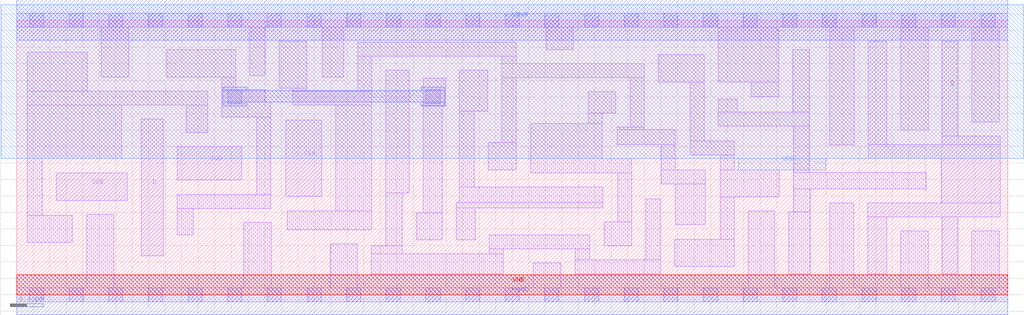
<source format=lef>
# Copyright 2020 The SkyWater PDK Authors
#
# Licensed under the Apache License, Version 2.0 (the "License");
# you may not use this file except in compliance with the License.
# You may obtain a copy of the License at
#
#     https://www.apache.org/licenses/LICENSE-2.0
#
# Unless required by applicable law or agreed to in writing, software
# distributed under the License is distributed on an "AS IS" BASIS,
# WITHOUT WARRANTIES OR CONDITIONS OF ANY KIND, either express or implied.
# See the License for the specific language governing permissions and
# limitations under the License.
#
# SPDX-License-Identifier: Apache-2.0

VERSION 5.7 ;
  NOWIREEXTENSIONATPIN ON ;
  DIVIDERCHAR "/" ;
  BUSBITCHARS "[]" ;
MACRO sky130_fd_sc_lp__sdfxtp_4
  CLASS CORE ;
  FOREIGN sky130_fd_sc_lp__sdfxtp_4 ;
  ORIGIN  0.000000  0.000000 ;
  SIZE  12.00000 BY  3.330000 ;
  SYMMETRY X Y R90 ;
  SITE unit ;
  PIN D
    ANTENNAGATEAREA  0.159000 ;
    DIRECTION INPUT ;
    USE SIGNAL ;
    PORT
      LAYER li1 ;
        RECT 1.510000 0.470000 1.775000 2.130000 ;
    END
  END D
  PIN Q
    ANTENNADIFFAREA  1.176000 ;
    DIRECTION OUTPUT ;
    USE SIGNAL ;
    PORT
      LAYER li1 ;
        RECT 10.305000 0.255000 10.535000 0.945000 ;
        RECT 10.305000 0.945000 11.910000 1.115000 ;
        RECT 10.310000 1.655000 11.910000 1.825000 ;
        RECT 10.310000 1.825000 10.535000 3.075000 ;
        RECT 11.195000 1.115000 11.910000 1.655000 ;
        RECT 11.205000 0.255000 11.395000 0.945000 ;
        RECT 11.205000 1.825000 11.910000 1.925000 ;
        RECT 11.205000 1.925000 11.395000 3.075000 ;
    END
  END Q
  PIN SCD
    ANTENNAGATEAREA  0.159000 ;
    DIRECTION INPUT ;
    USE SIGNAL ;
    PORT
      LAYER li1 ;
        RECT 1.945000 1.395000 2.725000 1.795000 ;
    END
  END SCD
  PIN SCE
    ANTENNAGATEAREA  0.318000 ;
    DIRECTION INPUT ;
    USE SIGNAL ;
    PORT
      LAYER li1 ;
        RECT 0.480000 1.145000 1.340000 1.475000 ;
    END
  END SCE
  PIN CLK
    ANTENNAGATEAREA  0.159000 ;
    DIRECTION INPUT ;
    USE CLOCK ;
    PORT
      LAYER li1 ;
        RECT 3.255000 1.190000 3.695000 2.120000 ;
    END
  END CLK
  PIN VGND
    DIRECTION INOUT ;
    USE GROUND ;
    PORT
      LAYER met1 ;
        RECT 0.000000 -0.245000 12.000000 0.245000 ;
    END
  END VGND
  PIN VNB
    DIRECTION INOUT ;
    USE GROUND ;
    PORT
      LAYER pwell ;
        RECT 0.000000 0.000000 12.000000 0.245000 ;
    END
  END VNB
  PIN VPB
    DIRECTION INOUT ;
    USE POWER ;
    PORT
      LAYER nwell ;
        RECT -0.190000 1.655000 12.190000 3.520000 ;
        RECT  8.735000 1.515000  9.795000 1.655000 ;
    END
  END VPB
  PIN VPWR
    DIRECTION INOUT ;
    USE POWER ;
    PORT
      LAYER met1 ;
        RECT 0.000000 3.085000 12.000000 3.575000 ;
    END
  END VPWR
  OBS
    LAYER li1 ;
      RECT  0.000000 -0.085000 12.000000 0.085000 ;
      RECT  0.000000  3.245000 12.000000 3.415000 ;
      RECT  0.130000  0.635000  0.675000 0.965000 ;
      RECT  0.130000  0.965000  0.310000 1.655000 ;
      RECT  0.130000  1.655000  1.270000 2.300000 ;
      RECT  0.130000  2.300000  2.310000 2.470000 ;
      RECT  0.130000  2.470000  0.855000 2.945000 ;
      RECT  0.845000  0.085000  1.175000 0.975000 ;
      RECT  1.025000  2.640000  1.355000 3.245000 ;
      RECT  1.815000  2.640000  2.650000 2.970000 ;
      RECT  1.945000  0.725000  2.135000 1.045000 ;
      RECT  1.945000  1.045000  3.075000 1.215000 ;
      RECT  2.050000  1.965000  2.310000 2.300000 ;
      RECT  2.480000  2.155000  3.075000 2.335000 ;
      RECT  2.480000  2.335000  3.010000 2.490000 ;
      RECT  2.480000  2.490000  2.650000 2.640000 ;
      RECT  2.750000  0.085000  3.080000 0.875000 ;
      RECT  2.820000  2.660000  3.010000 3.245000 ;
      RECT  2.905000  1.215000  3.075000 2.155000 ;
      RECT  3.180000  2.505000  3.510000 3.075000 ;
      RECT  3.275000  0.785000  4.300000 1.020000 ;
      RECT  3.340000  2.300000  4.300000 2.470000 ;
      RECT  3.340000  2.470000  3.510000 2.505000 ;
      RECT  3.700000  2.640000  3.960000 3.245000 ;
      RECT  3.795000  0.085000  4.125000 0.615000 ;
      RECT  3.865000  1.020000  4.300000 2.300000 ;
      RECT  4.130000  2.470000  4.300000 2.895000 ;
      RECT  4.130000  2.895000  6.045000 3.065000 ;
      RECT  4.295000  0.255000  5.890000 0.495000 ;
      RECT  4.295000  0.495000  4.665000 0.595000 ;
      RECT  4.470000  0.595000  4.665000 1.235000 ;
      RECT  4.470000  1.235000  4.750000 2.725000 ;
      RECT  4.835000  0.665000  5.150000 0.995000 ;
      RECT  4.920000  0.995000  5.150000 2.295000 ;
      RECT  4.920000  2.295000  5.190000 2.625000 ;
      RECT  5.320000  0.665000  5.550000 1.055000 ;
      RECT  5.320000  1.055000  7.095000 1.120000 ;
      RECT  5.360000  1.120000  7.095000 1.305000 ;
      RECT  5.360000  1.305000  5.540000 2.225000 ;
      RECT  5.360000  2.225000  5.705000 2.725000 ;
      RECT  5.710000  1.515000  6.045000 1.845000 ;
      RECT  5.720000  0.495000  5.890000 0.555000 ;
      RECT  5.720000  0.555000  6.935000 0.725000 ;
      RECT  5.875000  1.845000  6.045000 2.635000 ;
      RECT  5.875000  2.635000  7.600000 2.805000 ;
      RECT  5.875000  2.805000  6.045000 2.895000 ;
      RECT  6.225000  1.475000  7.445000 1.655000 ;
      RECT  6.225000  1.655000  7.090000 2.075000 ;
      RECT  6.255000  0.085000  6.585000 0.385000 ;
      RECT  6.410000  2.975000  6.740000 3.245000 ;
      RECT  6.765000  0.255000  7.795000 0.425000 ;
      RECT  6.765000  0.425000  6.935000 0.555000 ;
      RECT  6.920000  2.075000  7.090000 2.205000 ;
      RECT  6.920000  2.205000  7.250000 2.465000 ;
      RECT  7.115000  0.595000  7.445000 0.885000 ;
      RECT  7.270000  1.825000  7.975000 2.005000 ;
      RECT  7.270000  2.005000  7.600000 2.035000 ;
      RECT  7.275000  0.885000  7.445000 1.475000 ;
      RECT  7.430000  2.035000  7.600000 2.635000 ;
      RECT  7.615000  0.425000  7.795000 1.165000 ;
      RECT  7.770000  2.580000  8.325000 2.910000 ;
      RECT  7.805000  1.345000  8.335000 1.515000 ;
      RECT  7.805000  1.515000  7.975000 1.825000 ;
      RECT  7.965000  0.345000  8.685000 0.675000 ;
      RECT  7.975000  0.855000  8.335000 1.345000 ;
      RECT  8.155000  1.695000  8.685000 1.865000 ;
      RECT  8.155000  1.865000  8.325000 2.580000 ;
      RECT  8.495000  2.045000  9.595000 2.215000 ;
      RECT  8.495000  2.215000  8.725000 2.375000 ;
      RECT  8.495000  2.580000  9.225000 3.245000 ;
      RECT  8.515000  0.675000  8.685000 1.185000 ;
      RECT  8.515000  1.185000  9.235000 1.515000 ;
      RECT  8.515000  1.515000  8.685000 1.695000 ;
      RECT  8.855000  0.085000  9.175000 1.015000 ;
      RECT  8.895000  2.405000  9.225000 2.580000 ;
      RECT  9.345000  0.255000  9.605000 1.005000 ;
      RECT  9.395000  2.215000  9.595000 2.975000 ;
      RECT  9.405000  1.005000  9.605000 1.285000 ;
      RECT  9.405000  1.285000 11.015000 1.485000 ;
      RECT  9.405000  1.485000  9.595000 2.045000 ;
      RECT  9.845000  0.085000 10.135000 1.115000 ;
      RECT  9.845000  1.815000 10.140000 3.245000 ;
      RECT 10.705000  0.085000 11.035000 0.775000 ;
      RECT 10.705000  1.995000 11.035000 3.245000 ;
      RECT 11.565000  0.085000 11.895000 0.775000 ;
      RECT 11.565000  2.095000 11.895000 3.245000 ;
    LAYER mcon ;
      RECT  0.155000 -0.085000  0.325000 0.085000 ;
      RECT  0.155000  3.245000  0.325000 3.415000 ;
      RECT  0.635000 -0.085000  0.805000 0.085000 ;
      RECT  0.635000  3.245000  0.805000 3.415000 ;
      RECT  1.115000 -0.085000  1.285000 0.085000 ;
      RECT  1.115000  3.245000  1.285000 3.415000 ;
      RECT  1.595000 -0.085000  1.765000 0.085000 ;
      RECT  1.595000  3.245000  1.765000 3.415000 ;
      RECT  2.075000 -0.085000  2.245000 0.085000 ;
      RECT  2.075000  3.245000  2.245000 3.415000 ;
      RECT  2.555000 -0.085000  2.725000 0.085000 ;
      RECT  2.555000  2.320000  2.725000 2.490000 ;
      RECT  2.555000  3.245000  2.725000 3.415000 ;
      RECT  3.035000 -0.085000  3.205000 0.085000 ;
      RECT  3.035000  3.245000  3.205000 3.415000 ;
      RECT  3.515000 -0.085000  3.685000 0.085000 ;
      RECT  3.515000  3.245000  3.685000 3.415000 ;
      RECT  3.995000 -0.085000  4.165000 0.085000 ;
      RECT  3.995000  3.245000  4.165000 3.415000 ;
      RECT  4.475000 -0.085000  4.645000 0.085000 ;
      RECT  4.475000  3.245000  4.645000 3.415000 ;
      RECT  4.955000 -0.085000  5.125000 0.085000 ;
      RECT  4.955000  2.320000  5.125000 2.490000 ;
      RECT  4.955000  3.245000  5.125000 3.415000 ;
      RECT  5.435000 -0.085000  5.605000 0.085000 ;
      RECT  5.435000  3.245000  5.605000 3.415000 ;
      RECT  5.915000 -0.085000  6.085000 0.085000 ;
      RECT  5.915000  3.245000  6.085000 3.415000 ;
      RECT  6.395000 -0.085000  6.565000 0.085000 ;
      RECT  6.395000  3.245000  6.565000 3.415000 ;
      RECT  6.875000 -0.085000  7.045000 0.085000 ;
      RECT  6.875000  3.245000  7.045000 3.415000 ;
      RECT  7.355000 -0.085000  7.525000 0.085000 ;
      RECT  7.355000  3.245000  7.525000 3.415000 ;
      RECT  7.835000 -0.085000  8.005000 0.085000 ;
      RECT  7.835000  3.245000  8.005000 3.415000 ;
      RECT  8.315000 -0.085000  8.485000 0.085000 ;
      RECT  8.315000  3.245000  8.485000 3.415000 ;
      RECT  8.795000 -0.085000  8.965000 0.085000 ;
      RECT  8.795000  3.245000  8.965000 3.415000 ;
      RECT  9.275000 -0.085000  9.445000 0.085000 ;
      RECT  9.275000  3.245000  9.445000 3.415000 ;
      RECT  9.755000 -0.085000  9.925000 0.085000 ;
      RECT  9.755000  3.245000  9.925000 3.415000 ;
      RECT 10.235000 -0.085000 10.405000 0.085000 ;
      RECT 10.235000  3.245000 10.405000 3.415000 ;
      RECT 10.715000 -0.085000 10.885000 0.085000 ;
      RECT 10.715000  3.245000 10.885000 3.415000 ;
      RECT 11.195000 -0.085000 11.365000 0.085000 ;
      RECT 11.195000  3.245000 11.365000 3.415000 ;
      RECT 11.675000 -0.085000 11.845000 0.085000 ;
      RECT 11.675000  3.245000 11.845000 3.415000 ;
    LAYER met1 ;
      RECT 2.495000 2.290000 2.785000 2.335000 ;
      RECT 2.495000 2.335000 5.185000 2.475000 ;
      RECT 2.495000 2.475000 2.785000 2.520000 ;
      RECT 4.895000 2.290000 5.185000 2.335000 ;
      RECT 4.895000 2.475000 5.185000 2.520000 ;
  END
END sky130_fd_sc_lp__sdfxtp_4
END LIBRARY

</source>
